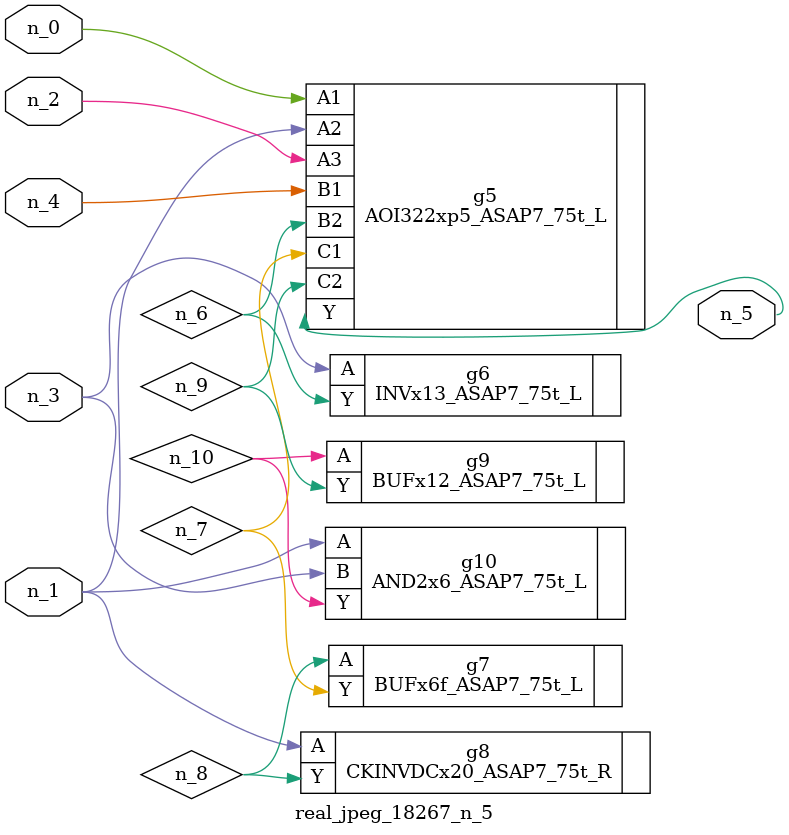
<source format=v>
module real_jpeg_18267_n_5 (n_4, n_0, n_1, n_2, n_3, n_5);

input n_4;
input n_0;
input n_1;
input n_2;
input n_3;

output n_5;

wire n_8;
wire n_6;
wire n_7;
wire n_10;
wire n_9;

AOI322xp5_ASAP7_75t_L g5 ( 
.A1(n_0),
.A2(n_1),
.A3(n_2),
.B1(n_4),
.B2(n_6),
.C1(n_7),
.C2(n_9),
.Y(n_5)
);

CKINVDCx20_ASAP7_75t_R g8 ( 
.A(n_1),
.Y(n_8)
);

AND2x6_ASAP7_75t_L g10 ( 
.A(n_1),
.B(n_3),
.Y(n_10)
);

INVx13_ASAP7_75t_L g6 ( 
.A(n_3),
.Y(n_6)
);

BUFx6f_ASAP7_75t_L g7 ( 
.A(n_8),
.Y(n_7)
);

BUFx12_ASAP7_75t_L g9 ( 
.A(n_10),
.Y(n_9)
);


endmodule
</source>
